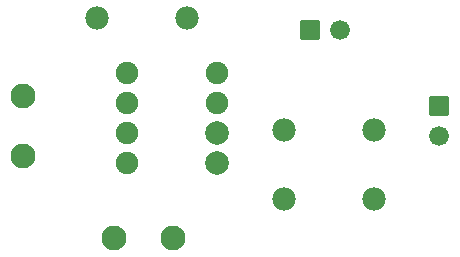
<source format=gbs>
G04 Layer: BottomSolderMaskLayer*
G04 EasyEDA v6.5.34, 2023-11-29 11:21:28*
G04 a3ad62460b0849ac923c3d987a2ed673,bee4cb2541bd470ea98a159692ad20ec,10*
G04 Gerber Generator version 0.2*
G04 Scale: 100 percent, Rotated: No, Reflected: No *
G04 Dimensions in millimeters *
G04 leading zeros omitted , absolute positions ,4 integer and 5 decimal *
%FSLAX45Y45*%
%MOMM*%

%AMMACRO1*1,1,$1,$2,$3*1,1,$1,$4,$5*1,1,$1,0-$2,0-$3*1,1,$1,0-$4,0-$5*20,1,$1,$2,$3,$4,$5,0*20,1,$1,$4,$5,0-$2,0-$3,0*20,1,$1,0-$2,0-$3,0-$4,0-$5,0*20,1,$1,0-$4,0-$5,$2,$3,0*4,1,4,$2,$3,$4,$5,0-$2,0-$3,0-$4,0-$5,$2,$3,0*%
%ADD10C,1.9016*%
%ADD11C,2.0066*%
%ADD12MACRO1,0.1016X0.7874X-0.7874X-0.7874X-0.7874*%
%ADD13C,1.6764*%
%ADD14MACRO1,0.1016X0.7874X0.7874X0.7874X-0.7874*%
%ADD15C,1.9812*%
%ADD16C,2.1016*%

%LPD*%
D10*
G01*
X1981200Y6108700D03*
G01*
X1981200Y5854700D03*
G01*
X1981200Y5600700D03*
G01*
X1981200Y5346700D03*
D11*
G01*
X2743200Y5346700D03*
D10*
G01*
X2743200Y5854700D03*
G01*
X2743200Y6108700D03*
D11*
G01*
X2743200Y5600700D03*
D12*
G01*
X4622800Y5829300D03*
D13*
G01*
X4622800Y5575300D03*
D14*
G01*
X3530600Y6477000D03*
D13*
G01*
X3784600Y6477000D03*
D15*
G01*
X4076700Y5041900D03*
G01*
X3314700Y5041900D03*
G01*
X4076700Y5626100D03*
G01*
X3314700Y5626100D03*
G01*
X1727200Y6578600D03*
G01*
X2489200Y6578600D03*
D16*
G01*
X1870455Y4711700D03*
G01*
X2371343Y4711700D03*
G01*
X1104900Y5914644D03*
G01*
X1104900Y5413755D03*
M02*

</source>
